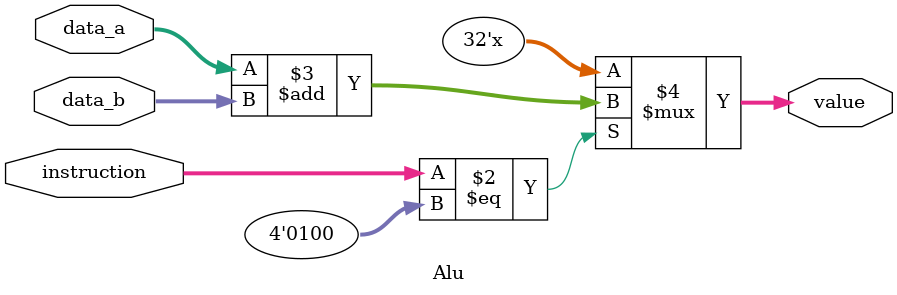
<source format=v>
module Alu(
	input [3:0] instruction,
	input [31:0] data_a,data_b,
	output reg [31:0] value
	);
	
	always @(*) begin
		if(instruction == 4'b0100) begin
			value <= data_a+data_b;
		end
	end
	
endmodule 
</source>
